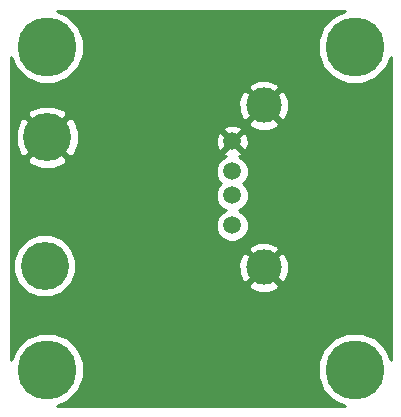
<source format=gbr>
G04 #@! TF.FileFunction,Copper,L2,Bot,Signal*
%FSLAX46Y46*%
G04 Gerber Fmt 4.6, Leading zero omitted, Abs format (unit mm)*
G04 Created by KiCad (PCBNEW (2015-07-31 BZR 6030)-product) date Fri Sep 11 12:38:58 2015*
%MOMM*%
G01*
G04 APERTURE LIST*
%ADD10C,0.100000*%
%ADD11C,5.000000*%
%ADD12C,1.501140*%
%ADD13C,2.999740*%
%ADD14C,4.064000*%
%ADD15C,0.600000*%
%ADD16C,0.250000*%
%ADD17C,0.254000*%
G04 APERTURE END LIST*
D10*
D11*
X153240000Y-119900000D03*
X179275000Y-119900000D03*
X179275000Y-92595000D03*
D12*
X168910000Y-100584000D03*
X168910000Y-103124000D03*
X168910000Y-105156000D03*
X168910000Y-107696000D03*
D13*
X171577000Y-97536000D03*
X171577000Y-111252000D03*
D14*
X153240000Y-100215000D03*
X153035000Y-111125000D03*
D11*
X153240000Y-92595000D03*
D15*
X164280000Y-107765000D03*
X163380000Y-107765000D03*
X163380000Y-106865000D03*
X164280000Y-106865000D03*
D16*
X164035000Y-107835000D02*
X164210000Y-107835000D01*
X164210000Y-107835000D02*
X164280000Y-107765000D01*
X163400000Y-107835000D02*
X163400000Y-107785000D01*
X163400000Y-107785000D02*
X163380000Y-107765000D01*
X163400000Y-106885000D02*
X163400000Y-107200000D01*
X163380000Y-106865000D02*
X163400000Y-106885000D01*
X164035000Y-107200000D02*
X164035000Y-107110000D01*
X164035000Y-107110000D02*
X164280000Y-106865000D01*
D17*
G36*
X177501485Y-89935727D02*
X176618826Y-90816847D01*
X176140546Y-91968674D01*
X176139457Y-93215854D01*
X176615727Y-94368515D01*
X177496847Y-95251174D01*
X178648674Y-95729454D01*
X179895854Y-95730543D01*
X181048515Y-95254273D01*
X181931174Y-94373153D01*
X182323000Y-93429531D01*
X182323000Y-119067276D01*
X181934273Y-118126485D01*
X181053153Y-117243826D01*
X179901326Y-116765546D01*
X178654146Y-116764457D01*
X177501485Y-117240727D01*
X176618826Y-118121847D01*
X176140546Y-119273674D01*
X176139457Y-120520854D01*
X176615727Y-121673515D01*
X177496847Y-122556174D01*
X178440469Y-122948000D01*
X154072724Y-122948000D01*
X155013515Y-122559273D01*
X155896174Y-121678153D01*
X156374454Y-120526326D01*
X156375543Y-119279146D01*
X155899273Y-118126485D01*
X155018153Y-117243826D01*
X153866326Y-116765546D01*
X152619146Y-116764457D01*
X151466485Y-117240727D01*
X150583826Y-118121847D01*
X150192000Y-119065469D01*
X150192000Y-111653172D01*
X150367538Y-111653172D01*
X150772709Y-112633761D01*
X151522293Y-113384655D01*
X152502173Y-113791536D01*
X153563172Y-113792462D01*
X154543761Y-113387291D01*
X155166261Y-112765877D01*
X170242728Y-112765877D01*
X170402495Y-113084632D01*
X171193217Y-113394595D01*
X172042366Y-113378367D01*
X172751505Y-113084632D01*
X172911272Y-112765877D01*
X171577000Y-111431605D01*
X170242728Y-112765877D01*
X155166261Y-112765877D01*
X155294655Y-112637707D01*
X155701536Y-111657827D01*
X155702225Y-110868217D01*
X169434405Y-110868217D01*
X169450633Y-111717366D01*
X169744368Y-112426505D01*
X170063123Y-112586272D01*
X171397395Y-111252000D01*
X171756605Y-111252000D01*
X173090877Y-112586272D01*
X173409632Y-112426505D01*
X173719595Y-111635783D01*
X173703367Y-110786634D01*
X173409632Y-110077495D01*
X173090877Y-109917728D01*
X171756605Y-111252000D01*
X171397395Y-111252000D01*
X170063123Y-109917728D01*
X169744368Y-110077495D01*
X169434405Y-110868217D01*
X155702225Y-110868217D01*
X155702462Y-110596828D01*
X155347653Y-109738123D01*
X170242728Y-109738123D01*
X171577000Y-111072395D01*
X172911272Y-109738123D01*
X172751505Y-109419368D01*
X171960783Y-109109405D01*
X171111634Y-109125633D01*
X170402495Y-109419368D01*
X170242728Y-109738123D01*
X155347653Y-109738123D01*
X155297291Y-109616239D01*
X154547707Y-108865345D01*
X153567827Y-108458464D01*
X152506828Y-108457538D01*
X151526239Y-108862709D01*
X150775345Y-109612293D01*
X150368464Y-110592173D01*
X150367538Y-111653172D01*
X150192000Y-111653172D01*
X150192000Y-103398398D01*
X167524190Y-103398398D01*
X167734686Y-103907837D01*
X167966507Y-104140063D01*
X167736056Y-104370113D01*
X167524671Y-104879184D01*
X167524190Y-105430398D01*
X167734686Y-105939837D01*
X168124113Y-106329944D01*
X168355381Y-106425975D01*
X168126163Y-106520686D01*
X167736056Y-106910113D01*
X167524671Y-107419184D01*
X167524190Y-107970398D01*
X167734686Y-108479837D01*
X168124113Y-108869944D01*
X168633184Y-109081329D01*
X169184398Y-109081810D01*
X169693837Y-108871314D01*
X170083944Y-108481887D01*
X170295329Y-107972816D01*
X170295810Y-107421602D01*
X170085314Y-106912163D01*
X169695887Y-106522056D01*
X169464619Y-106426025D01*
X169693837Y-106331314D01*
X170083944Y-105941887D01*
X170295329Y-105432816D01*
X170295810Y-104881602D01*
X170085314Y-104372163D01*
X169853493Y-104139937D01*
X170083944Y-103909887D01*
X170295329Y-103400816D01*
X170295810Y-102849602D01*
X170085314Y-102340163D01*
X169695887Y-101950056D01*
X169480504Y-101860621D01*
X169634265Y-101796931D01*
X169702325Y-101555930D01*
X168910000Y-100763605D01*
X168117675Y-101555930D01*
X168185735Y-101796931D01*
X168351040Y-101855769D01*
X168126163Y-101948686D01*
X167736056Y-102338113D01*
X167524671Y-102847184D01*
X167524190Y-103398398D01*
X150192000Y-103398398D01*
X150192000Y-102113121D01*
X151521484Y-102113121D01*
X151746154Y-102487168D01*
X152729388Y-102885880D01*
X153790357Y-102877975D01*
X154733846Y-102487168D01*
X154958516Y-102113121D01*
X153240000Y-100394605D01*
X151521484Y-102113121D01*
X150192000Y-102113121D01*
X150192000Y-99704388D01*
X150569120Y-99704388D01*
X150577025Y-100765357D01*
X150967832Y-101708846D01*
X151341879Y-101933516D01*
X153060395Y-100215000D01*
X153419605Y-100215000D01*
X155138121Y-101933516D01*
X155512168Y-101708846D01*
X155910880Y-100725612D01*
X155908298Y-100379034D01*
X167512233Y-100379034D01*
X167540195Y-100929538D01*
X167697069Y-101308265D01*
X167938070Y-101376325D01*
X168730395Y-100584000D01*
X169089605Y-100584000D01*
X169881930Y-101376325D01*
X170122931Y-101308265D01*
X170307767Y-100788966D01*
X170279805Y-100238462D01*
X170122931Y-99859735D01*
X169881930Y-99791675D01*
X169089605Y-100584000D01*
X168730395Y-100584000D01*
X167938070Y-99791675D01*
X167697069Y-99859735D01*
X167512233Y-100379034D01*
X155908298Y-100379034D01*
X155902975Y-99664643D01*
X155881199Y-99612070D01*
X168117675Y-99612070D01*
X168910000Y-100404395D01*
X169702325Y-99612070D01*
X169634265Y-99371069D01*
X169114966Y-99186233D01*
X168564462Y-99214195D01*
X168185735Y-99371069D01*
X168117675Y-99612070D01*
X155881199Y-99612070D01*
X155648331Y-99049877D01*
X170242728Y-99049877D01*
X170402495Y-99368632D01*
X171193217Y-99678595D01*
X172042366Y-99662367D01*
X172751505Y-99368632D01*
X172911272Y-99049877D01*
X171577000Y-97715605D01*
X170242728Y-99049877D01*
X155648331Y-99049877D01*
X155512168Y-98721154D01*
X155138121Y-98496484D01*
X153419605Y-100215000D01*
X153060395Y-100215000D01*
X151341879Y-98496484D01*
X150967832Y-98721154D01*
X150569120Y-99704388D01*
X150192000Y-99704388D01*
X150192000Y-98316879D01*
X151521484Y-98316879D01*
X153240000Y-100035395D01*
X154958516Y-98316879D01*
X154733846Y-97942832D01*
X153750612Y-97544120D01*
X152689643Y-97552025D01*
X151746154Y-97942832D01*
X151521484Y-98316879D01*
X150192000Y-98316879D01*
X150192000Y-97152217D01*
X169434405Y-97152217D01*
X169450633Y-98001366D01*
X169744368Y-98710505D01*
X170063123Y-98870272D01*
X171397395Y-97536000D01*
X171756605Y-97536000D01*
X173090877Y-98870272D01*
X173409632Y-98710505D01*
X173719595Y-97919783D01*
X173703367Y-97070634D01*
X173409632Y-96361495D01*
X173090877Y-96201728D01*
X171756605Y-97536000D01*
X171397395Y-97536000D01*
X170063123Y-96201728D01*
X169744368Y-96361495D01*
X169434405Y-97152217D01*
X150192000Y-97152217D01*
X150192000Y-96022123D01*
X170242728Y-96022123D01*
X171577000Y-97356395D01*
X172911272Y-96022123D01*
X172751505Y-95703368D01*
X171960783Y-95393405D01*
X171111634Y-95409633D01*
X170402495Y-95703368D01*
X170242728Y-96022123D01*
X150192000Y-96022123D01*
X150192000Y-93427724D01*
X150580727Y-94368515D01*
X151461847Y-95251174D01*
X152613674Y-95729454D01*
X153860854Y-95730543D01*
X155013515Y-95254273D01*
X155896174Y-94373153D01*
X156374454Y-93221326D01*
X156375543Y-91974146D01*
X155899273Y-90821485D01*
X155018153Y-89938826D01*
X154074531Y-89547000D01*
X178442276Y-89547000D01*
X177501485Y-89935727D01*
X177501485Y-89935727D01*
G37*
X177501485Y-89935727D02*
X176618826Y-90816847D01*
X176140546Y-91968674D01*
X176139457Y-93215854D01*
X176615727Y-94368515D01*
X177496847Y-95251174D01*
X178648674Y-95729454D01*
X179895854Y-95730543D01*
X181048515Y-95254273D01*
X181931174Y-94373153D01*
X182323000Y-93429531D01*
X182323000Y-119067276D01*
X181934273Y-118126485D01*
X181053153Y-117243826D01*
X179901326Y-116765546D01*
X178654146Y-116764457D01*
X177501485Y-117240727D01*
X176618826Y-118121847D01*
X176140546Y-119273674D01*
X176139457Y-120520854D01*
X176615727Y-121673515D01*
X177496847Y-122556174D01*
X178440469Y-122948000D01*
X154072724Y-122948000D01*
X155013515Y-122559273D01*
X155896174Y-121678153D01*
X156374454Y-120526326D01*
X156375543Y-119279146D01*
X155899273Y-118126485D01*
X155018153Y-117243826D01*
X153866326Y-116765546D01*
X152619146Y-116764457D01*
X151466485Y-117240727D01*
X150583826Y-118121847D01*
X150192000Y-119065469D01*
X150192000Y-111653172D01*
X150367538Y-111653172D01*
X150772709Y-112633761D01*
X151522293Y-113384655D01*
X152502173Y-113791536D01*
X153563172Y-113792462D01*
X154543761Y-113387291D01*
X155166261Y-112765877D01*
X170242728Y-112765877D01*
X170402495Y-113084632D01*
X171193217Y-113394595D01*
X172042366Y-113378367D01*
X172751505Y-113084632D01*
X172911272Y-112765877D01*
X171577000Y-111431605D01*
X170242728Y-112765877D01*
X155166261Y-112765877D01*
X155294655Y-112637707D01*
X155701536Y-111657827D01*
X155702225Y-110868217D01*
X169434405Y-110868217D01*
X169450633Y-111717366D01*
X169744368Y-112426505D01*
X170063123Y-112586272D01*
X171397395Y-111252000D01*
X171756605Y-111252000D01*
X173090877Y-112586272D01*
X173409632Y-112426505D01*
X173719595Y-111635783D01*
X173703367Y-110786634D01*
X173409632Y-110077495D01*
X173090877Y-109917728D01*
X171756605Y-111252000D01*
X171397395Y-111252000D01*
X170063123Y-109917728D01*
X169744368Y-110077495D01*
X169434405Y-110868217D01*
X155702225Y-110868217D01*
X155702462Y-110596828D01*
X155347653Y-109738123D01*
X170242728Y-109738123D01*
X171577000Y-111072395D01*
X172911272Y-109738123D01*
X172751505Y-109419368D01*
X171960783Y-109109405D01*
X171111634Y-109125633D01*
X170402495Y-109419368D01*
X170242728Y-109738123D01*
X155347653Y-109738123D01*
X155297291Y-109616239D01*
X154547707Y-108865345D01*
X153567827Y-108458464D01*
X152506828Y-108457538D01*
X151526239Y-108862709D01*
X150775345Y-109612293D01*
X150368464Y-110592173D01*
X150367538Y-111653172D01*
X150192000Y-111653172D01*
X150192000Y-103398398D01*
X167524190Y-103398398D01*
X167734686Y-103907837D01*
X167966507Y-104140063D01*
X167736056Y-104370113D01*
X167524671Y-104879184D01*
X167524190Y-105430398D01*
X167734686Y-105939837D01*
X168124113Y-106329944D01*
X168355381Y-106425975D01*
X168126163Y-106520686D01*
X167736056Y-106910113D01*
X167524671Y-107419184D01*
X167524190Y-107970398D01*
X167734686Y-108479837D01*
X168124113Y-108869944D01*
X168633184Y-109081329D01*
X169184398Y-109081810D01*
X169693837Y-108871314D01*
X170083944Y-108481887D01*
X170295329Y-107972816D01*
X170295810Y-107421602D01*
X170085314Y-106912163D01*
X169695887Y-106522056D01*
X169464619Y-106426025D01*
X169693837Y-106331314D01*
X170083944Y-105941887D01*
X170295329Y-105432816D01*
X170295810Y-104881602D01*
X170085314Y-104372163D01*
X169853493Y-104139937D01*
X170083944Y-103909887D01*
X170295329Y-103400816D01*
X170295810Y-102849602D01*
X170085314Y-102340163D01*
X169695887Y-101950056D01*
X169480504Y-101860621D01*
X169634265Y-101796931D01*
X169702325Y-101555930D01*
X168910000Y-100763605D01*
X168117675Y-101555930D01*
X168185735Y-101796931D01*
X168351040Y-101855769D01*
X168126163Y-101948686D01*
X167736056Y-102338113D01*
X167524671Y-102847184D01*
X167524190Y-103398398D01*
X150192000Y-103398398D01*
X150192000Y-102113121D01*
X151521484Y-102113121D01*
X151746154Y-102487168D01*
X152729388Y-102885880D01*
X153790357Y-102877975D01*
X154733846Y-102487168D01*
X154958516Y-102113121D01*
X153240000Y-100394605D01*
X151521484Y-102113121D01*
X150192000Y-102113121D01*
X150192000Y-99704388D01*
X150569120Y-99704388D01*
X150577025Y-100765357D01*
X150967832Y-101708846D01*
X151341879Y-101933516D01*
X153060395Y-100215000D01*
X153419605Y-100215000D01*
X155138121Y-101933516D01*
X155512168Y-101708846D01*
X155910880Y-100725612D01*
X155908298Y-100379034D01*
X167512233Y-100379034D01*
X167540195Y-100929538D01*
X167697069Y-101308265D01*
X167938070Y-101376325D01*
X168730395Y-100584000D01*
X169089605Y-100584000D01*
X169881930Y-101376325D01*
X170122931Y-101308265D01*
X170307767Y-100788966D01*
X170279805Y-100238462D01*
X170122931Y-99859735D01*
X169881930Y-99791675D01*
X169089605Y-100584000D01*
X168730395Y-100584000D01*
X167938070Y-99791675D01*
X167697069Y-99859735D01*
X167512233Y-100379034D01*
X155908298Y-100379034D01*
X155902975Y-99664643D01*
X155881199Y-99612070D01*
X168117675Y-99612070D01*
X168910000Y-100404395D01*
X169702325Y-99612070D01*
X169634265Y-99371069D01*
X169114966Y-99186233D01*
X168564462Y-99214195D01*
X168185735Y-99371069D01*
X168117675Y-99612070D01*
X155881199Y-99612070D01*
X155648331Y-99049877D01*
X170242728Y-99049877D01*
X170402495Y-99368632D01*
X171193217Y-99678595D01*
X172042366Y-99662367D01*
X172751505Y-99368632D01*
X172911272Y-99049877D01*
X171577000Y-97715605D01*
X170242728Y-99049877D01*
X155648331Y-99049877D01*
X155512168Y-98721154D01*
X155138121Y-98496484D01*
X153419605Y-100215000D01*
X153060395Y-100215000D01*
X151341879Y-98496484D01*
X150967832Y-98721154D01*
X150569120Y-99704388D01*
X150192000Y-99704388D01*
X150192000Y-98316879D01*
X151521484Y-98316879D01*
X153240000Y-100035395D01*
X154958516Y-98316879D01*
X154733846Y-97942832D01*
X153750612Y-97544120D01*
X152689643Y-97552025D01*
X151746154Y-97942832D01*
X151521484Y-98316879D01*
X150192000Y-98316879D01*
X150192000Y-97152217D01*
X169434405Y-97152217D01*
X169450633Y-98001366D01*
X169744368Y-98710505D01*
X170063123Y-98870272D01*
X171397395Y-97536000D01*
X171756605Y-97536000D01*
X173090877Y-98870272D01*
X173409632Y-98710505D01*
X173719595Y-97919783D01*
X173703367Y-97070634D01*
X173409632Y-96361495D01*
X173090877Y-96201728D01*
X171756605Y-97536000D01*
X171397395Y-97536000D01*
X170063123Y-96201728D01*
X169744368Y-96361495D01*
X169434405Y-97152217D01*
X150192000Y-97152217D01*
X150192000Y-96022123D01*
X170242728Y-96022123D01*
X171577000Y-97356395D01*
X172911272Y-96022123D01*
X172751505Y-95703368D01*
X171960783Y-95393405D01*
X171111634Y-95409633D01*
X170402495Y-95703368D01*
X170242728Y-96022123D01*
X150192000Y-96022123D01*
X150192000Y-93427724D01*
X150580727Y-94368515D01*
X151461847Y-95251174D01*
X152613674Y-95729454D01*
X153860854Y-95730543D01*
X155013515Y-95254273D01*
X155896174Y-94373153D01*
X156374454Y-93221326D01*
X156375543Y-91974146D01*
X155899273Y-90821485D01*
X155018153Y-89938826D01*
X154074531Y-89547000D01*
X178442276Y-89547000D01*
X177501485Y-89935727D01*
M02*

</source>
